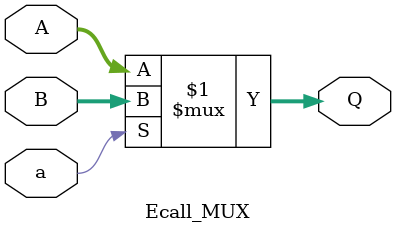
<source format=v>
module Ecall_MUX (input [4:0] A, 
									input [4:0] B, 
									input a, 
									output [4:0] Q);

	assign Q = a ? B : A;

endmodule
</source>
